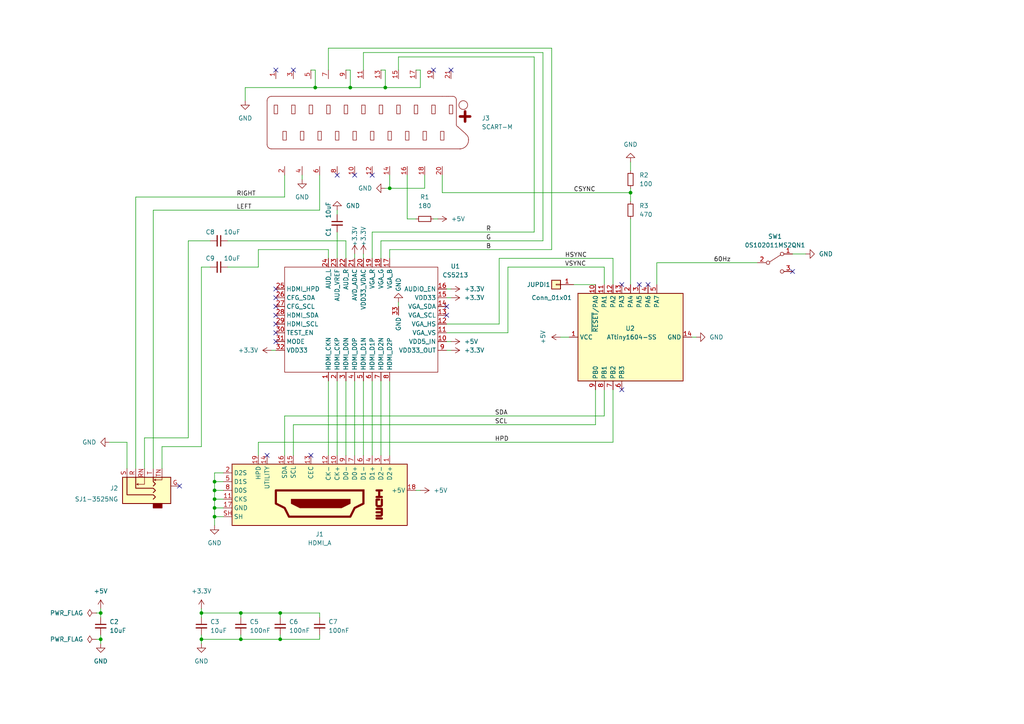
<source format=kicad_sch>
(kicad_sch (version 20211123) (generator eeschema)
  (paper "A4")
  (title_block (title "HDMI2SCART") (rev "1"))
  (lib_symbols
    (symbol "Connector:AudioJack3_Ground_SwitchTR"
      (property "Reference" "J" (at 0 8.89 0))
      (property "Value" "AudioJack3_Ground_SwitchTR" (at 0 6.35 0))
      (symbol "AudioJack3_Ground_SwitchTR_0_1"
        (rectangle (start -5.08 -5.08) (end -6.35 -7.62) (stroke (width 0.254)) (fill (type outline)))
        (polyline (pts (xy 0.508 -0.254) (xy 0.762 -0.762)))
        (polyline (pts (xy 1.778 -5.334) (xy 2.032 -5.842)))
        (polyline (pts (xy 0 -5.08) (xy 0.635 -5.715) (xy 1.27 -5.08) (xy 2.54 -5.08)) (stroke (width 0.254)))
        (polyline (pts (xy 2.54 -7.62) (xy 1.778 -7.62) (xy 1.778 -5.334) (xy 1.524 -5.842)))
        (polyline (pts (xy 2.54 -2.54) (xy 0.508 -2.54) (xy 0.508 -0.254) (xy 0.254 -0.762)))
        (polyline (pts (xy -1.905 -5.08) (xy -1.27 -5.715) (xy -0.635 -5.08) (xy -0.635 0) (xy 2.54 0)) (stroke (width 0.254)))
        (polyline (pts (xy 2.54 2.54) (xy -2.54 2.54) (xy -2.54 -5.08) (xy -3.175 -5.715) (xy -3.81 -5.08)) (stroke (width 0.254)))
        (rectangle (start 2.54 3.81) (end -5.08 -10.16) (stroke (width 0.254)) (fill (type background)))
      )
      (symbol "AudioJack3_Ground_SwitchTR_1_1"
        (pin passive line (at 0 -12.7 90) (length 2.54) (name "~") (number "G"))
        (pin passive line (at 5.08 0 180) (length 2.54) (name "~") (number "R"))
        (pin passive line (at 5.08 -2.54 180) (length 2.54) (name "~") (number "RN"))
        (pin passive line (at 5.08 2.54 180) (length 2.54) (name "~") (number "S"))
        (pin passive line (at 5.08 -5.08 180) (length 2.54) (name "~") (number "T"))
        (pin passive line (at 5.08 -7.62 180) (length 2.54) (name "~") (number "TN"))
      )
    )
    (symbol "Connector:HDMI_A"
      (property "Reference" "J" (at -6.35 26.67 0))
      (property "Value" "HDMI_A" (at 10.16 26.67 0))
      (symbol "HDMI_A_0_0"
        (polyline (pts (xy 8.128 16.51) (xy 8.128 18.034)) (stroke (width 0.635)))
        (polyline (pts (xy 0 16.51) (xy 0 18.034) (xy 0 17.272) (xy 1.905 17.272) (xy 1.905 18.034) (xy 1.905 16.51)) (stroke (width 0.635)))
        (polyline (pts (xy 2.667 18.034) (xy 4.318 18.034) (xy 4.572 17.78) (xy 4.572 16.764) (xy 4.318 16.51) (xy 2.667 16.51) (xy 2.667 17.272)) (stroke (width 0.635)))
      )
      (symbol "HDMI_A_0_1"
        (rectangle (start -7.62 25.4) (end 10.16 -25.4) (stroke (width 0.254)) (fill (type background)))
        (polyline (pts (xy 2.54 8.89) (xy 3.81 8.89) (xy 5.08 6.35) (xy 5.08 -5.715) (xy 3.81 -8.255) (xy 2.54 -8.255) (xy 2.54 8.89)) (fill (type outline)))
        (polyline (pts (xy 5.334 16.51) (xy 5.334 18.034) (xy 6.35 18.034) (xy 6.35 16.51) (xy 6.35 18.034) (xy 7.112 18.034) (xy 7.366 17.78) (xy 7.366 16.51)) (stroke (width 0.635)))
        (polyline (pts (xy 0 12.7) (xy 0 -12.7) (xy 3.81 -12.7) (xy 5.08 -10.16) (xy 7.62 -8.89) (xy 7.62 8.89) (xy 5.08 10.16) (xy 3.81 12.7) (xy 0 12.7)) (stroke (width 0.635)))
      )
      (symbol "HDMI_A_1_1"
        (pin passive line (at -10.16 20.32 0) (length 2.54) (name "D2+") (number "1"))
        (pin passive line (at -10.16 5.08 0) (length 2.54) (name "CK+") (number "10"))
        (pin power_in line (at 2.54 -27.94 90) (length 2.54) (name "CKS") (number "11"))
        (pin passive line (at -10.16 2.54 0) (length 2.54) (name "CK-") (number "12"))
        (pin bidirectional line (at -10.16 -2.54 0) (length 2.54) (name "CEC") (number "13"))
        (pin passive line (at -10.16 -15.24 0) (length 2.54) (name "UTILITY") (number "14"))
        (pin passive line (at -10.16 -7.62 0) (length 2.54) (name "SCL") (number "15"))
        (pin bidirectional line (at -10.16 -10.16 0) (length 2.54) (name "SDA") (number "16"))
        (pin power_in line (at 5.08 -27.94 90) (length 2.54) (name "GND") (number "17"))
        (pin power_in line (at 0 27.94 270) (length 2.54) (name "+5V") (number "18"))
        (pin passive line (at -10.16 -17.78 0) (length 2.54) (name "HPD") (number "19"))
        (pin power_in line (at -5.08 -27.94 90) (length 2.54) (name "D2S") (number "2"))
        (pin passive line (at -10.16 17.78 0) (length 2.54) (name "D2-") (number "3"))
        (pin passive line (at -10.16 15.24 0) (length 2.54) (name "D1+") (number "4"))
        (pin power_in line (at -2.54 -27.94 90) (length 2.54) (name "D1S") (number "5"))
        (pin passive line (at -10.16 12.7 0) (length 2.54) (name "D1-") (number "6"))
        (pin passive line (at -10.16 10.16 0) (length 2.54) (name "D0+") (number "7"))
        (pin power_in line (at 0 -27.94 90) (length 2.54) (name "D0S") (number "8"))
        (pin passive line (at -10.16 7.62 0) (length 2.54) (name "D0-") (number "9"))
        (pin passive line (at 7.62 -27.94 90) (length 2.54) (name "SH") (number "SH"))
      )
    )
    (symbol "Connector:SCART-F" (pin_names (offset 0.762) hide)
      (property "Reference" "J" (at 0 31.75 0))
      (property "Value" "SCART-F" (at 1.016 -29.21 0))
      (symbol "SCART-F_0_1"
        (arc (start -7.62 -26.67) (mid -7.248 -27.568) (end -6.35 -27.94))
        (arc (start -6.604 26.9494) (mid -7.3224 26.6518) (end -7.62 25.9334))
        (rectangle (start -5.08 -24.892) (end -2.54 -25.908))
        (rectangle (start -5.08 -19.812) (end -2.54 -20.828))
        (rectangle (start -5.08 -14.732) (end -2.54 -15.748))
        (rectangle (start -5.08 -9.652) (end -2.54 -10.668))
        (rectangle (start -5.08 -4.572) (end -2.54 -5.588))
        (rectangle (start -5.08 0.508) (end -2.54 -0.508))
        (rectangle (start -5.08 5.588) (end -2.54 4.572))
        (rectangle (start -5.08 10.668) (end -2.54 9.652))
        (rectangle (start -5.08 15.748) (end -2.54 14.732))
        (rectangle (start -5.08 20.828) (end -2.54 19.812))
        (rectangle (start -5.08 25.908) (end -2.54 24.892))
        (circle (center -5.08 28.956) (radius 1.27))
        (polyline (pts (xy -7.62 22.86) (xy -7.62 -26.67)))
        (polyline (pts (xy -7.62 22.86) (xy -7.62 24.13)))
        (polyline (pts (xy -7.62 24.6634) (xy -7.62 24.13)))
        (polyline (pts (xy -7.62 24.6634) (xy -7.62 25.9334)))
        (polyline (pts (xy -6.604 26.9494) (xy 0.508 26.9494)))
        (polyline (pts (xy -6.35 -27.94) (xy 6.35 -27.94)))
        (polyline (pts (xy 3.302 29.718) (xy 1.27 27.432)))
        (polyline (pts (xy 4.826 30.48) (xy 5.08 30.48)))
        (polyline (pts (xy 7.62 -26.67) (xy 7.62 28.2194)))
        (arc (start 0.508 26.924) (mid 0.9569 27.0702) (end 1.2192 27.4574))
        (rectangle (start 2.54 -22.352) (end 5.08 -23.368))
        (rectangle (start 2.54 -17.272) (end 5.08 -18.288))
        (rectangle (start 2.54 -12.192) (end 5.08 -13.208))
        (rectangle (start 2.54 -7.112) (end 5.08 -8.128))
        (rectangle (start 2.54 -2.032) (end 5.08 -3.048))
        (rectangle (start 2.54 3.048) (end 5.08 2.032))
        (rectangle (start 2.54 8.128) (end 5.08 7.112))
        (rectangle (start 2.54 13.208) (end 5.08 12.192))
        (rectangle (start 2.54 18.288) (end 5.08 17.272))
        (rectangle (start 2.54 23.368) (end 5.08 22.352))
        (arc (start 4.826 30.48) (mid 3.999 30.2726) (end 3.3782 29.6926))
        (arc (start 6.35 -27.94) (mid 7.248 -27.568) (end 7.62 -26.67))
        (arc (start 7.62 27.94) (mid 6.8761 29.7361) (end 5.08 30.48))
        (text "+" (at -1.778 29.21 0) (effects (font (size 3.81 3.81) bold)))
      )
      (symbol "SCART-F_1_1"
        (pin passive line (at -15.24 -25.4 0) (length 2.54) (name "P1") (number "1"))
        (pin passive line (at 15.24 -2.54 180) (length 2.54) (name "P10") (number "10"))
        (pin passive line (at -15.24 0 0) (length 2.54) (name "P11") (number "11"))
        (pin passive line (at 15.24 2.54 180) (length 2.54) (name "P12") (number "12"))
        (pin passive line (at -15.24 5.08 0) (length 2.54) (name "P13") (number "13"))
        (pin passive line (at 15.24 7.62 180) (length 2.54) (name "P14") (number "14"))
        (pin passive line (at -15.24 10.16 0) (length 2.54) (name "P15") (number "15"))
        (pin passive line (at 15.24 12.7 180) (length 2.54) (name "P16") (number "16"))
        (pin passive line (at -15.24 15.24 0) (length 2.54) (name "P17") (number "17"))
        (pin passive line (at 15.24 17.78 180) (length 2.54) (name "P18") (number "18"))
        (pin passive line (at -15.24 20.32 0) (length 2.54) (name "P19") (number "19"))
        (pin passive line (at 15.24 -22.86 180) (length 2.54) (name "P2") (number "2"))
        (pin passive line (at 15.24 22.86 180) (length 2.54) (name "P20") (number "20"))
        (pin passive line (at -15.24 25.4 0) (length 2.54) (name "P21") (number "21"))
        (pin passive line (at -15.24 -20.32 0) (length 2.54) (name "P3") (number "3"))
        (pin passive line (at 15.24 -17.78 180) (length 2.54) (name "P4") (number "4"))
        (pin passive line (at -15.24 -15.24 0) (length 2.54) (name "P5") (number "5"))
        (pin passive line (at 15.24 -12.7 180) (length 2.54) (name "P6") (number "6"))
        (pin passive line (at -15.24 -10.16 0) (length 2.54) (name "P7") (number "7"))
        (pin passive line (at 15.24 -7.62 180) (length 2.54) (name "P8") (number "8"))
        (pin passive line (at -15.24 -5.08 0) (length 2.54) (name "P9") (number "9"))
      )
    )
    (symbol "Connector_Generic:Conn_01x01" (pin_names (offset 1.016) hide)
      (property "Reference" "J" (at 0 2.54 0))
      (property "Value" "Conn_01x01" (at 0 -2.54 0))
      (symbol "Conn_01x01_1_1"
        (rectangle (start -1.27 0.127) (end 0 -0.127) (stroke (width 0.1524)))
        (rectangle (start -1.27 1.27) (end 1.27 -1.27) (stroke (width 0.254)) (fill (type background)))
        (pin passive line (at -5.08 0 0) (length 3.81) (name "Pin_1") (number "1"))
      )
    )
    (symbol "Device:C_Small" (pin_numbers hide) (pin_names (offset 0.254) hide)
      (property "Reference" "C" (at 0.254 1.778 0))
      (property "Value" "C_Small" (at 0.254 -2.032 0))
      (symbol "C_Small_0_1"
        (polyline (pts (xy -1.524 -0.508) (xy 1.524 -0.508)) (stroke (width 0.3302)))
        (polyline (pts (xy -1.524 0.508) (xy 1.524 0.508)) (stroke (width 0.3048)))
      )
      (symbol "C_Small_1_1"
        (pin passive line (at 0 2.54 270) (length 2.032) (name "~") (number "1"))
        (pin passive line (at 0 -2.54 90) (length 2.032) (name "~") (number "2"))
      )
    )
    (symbol "Device:R_Small" (pin_numbers hide) (pin_names (offset 0.254) hide)
      (property "Reference" "R" (at 0.762 0.508 0))
      (property "Value" "R_Small" (at 0.762 -1.016 0))
      (symbol "R_Small_0_1"
        (rectangle (start -0.762 1.778) (end 0.762 -1.778) (stroke (width 0.2032)))
      )
      (symbol "R_Small_1_1"
        (pin passive line (at 0 2.54 270) (length 0.762) (name "~") (number "1"))
        (pin passive line (at 0 -2.54 90) (length 0.762) (name "~") (number "2"))
      )
    )
    (symbol "Library:CS5213"
      (property "Reference" "U" (at -3.81 -2.54 0))
      (property "Value" "CS5213" (at -3.81 0 0))
      (symbol "CS5213_0_1"
        (rectangle (start -21.59 15.24) (end 22.86 -15.24))
      )
      (symbol "CS5213_1_1"
        (pin input line (at -8.89 -17.78 90) (length 2.54) (name "HDMI_CKN") (number "1"))
        (pin power_in line (at 25.4 -6.35 180) (length 2.54) (name "VDD5_IN") (number "10"))
        (pin output line (at 25.4 -3.81 180) (length 2.54) (name "VGA_VS") (number "11"))
        (pin output line (at 25.4 -1.27 180) (length 2.54) (name "VGA_HS") (number "12"))
        (pin output line (at 25.4 1.27 180) (length 2.54) (name "VGA_SCL") (number "13"))
        (pin output line (at 25.4 3.81 180) (length 2.54) (name "VGA_SDA") (number "14"))
        (pin power_in line (at 25.4 6.35 180) (length 2.54) (name "VDD33") (number "15"))
        (pin input line (at 25.4 8.89 180) (length 2.54) (name "AUDIO_EN") (number "16"))
        (pin output line (at 8.89 17.78 270) (length 2.54) (name "VGA_B") (number "17"))
        (pin output line (at 6.35 17.78 270) (length 2.54) (name "VGA_G") (number "18"))
        (pin output line (at 3.81 17.78 270) (length 2.54) (name "VGA_R") (number "19"))
        (pin input line (at -6.35 -17.78 90) (length 2.54) (name "HDMI_CKP") (number "2"))
        (pin power_in line (at 1.27 17.78 270) (length 2.54) (name "VDD33_VDAC") (number "20"))
        (pin power_in line (at -1.27 17.78 270) (length 2.54) (name "AVD_ADAC") (number "21"))
        (pin output line (at -3.81 17.78 270) (length 2.54) (name "AUD_R") (number "22"))
        (pin output line (at -6.35 17.78 270) (length 2.54) (name "AUD_VREF") (number "23"))
        (pin output line (at -8.89 17.78 270) (length 2.54) (name "AUD_L") (number "24"))
        (pin output line (at -24.13 8.89 0) (length 2.54) (name "HDMI_HPD") (number "25"))
        (pin output line (at -24.13 6.35 0) (length 2.54) (name "CFG_SDA") (number "26"))
        (pin output line (at -24.13 3.81 0) (length 2.54) (name "CFG_SCL") (number "27"))
        (pin output line (at -24.13 1.27 0) (length 2.54) (name "HDMI_SDA") (number "28"))
        (pin output line (at -24.13 -1.27 0) (length 2.54) (name "HDMI_SCL") (number "29"))
        (pin input line (at -3.81 -17.78 90) (length 2.54) (name "HDMI_D0N") (number "3"))
        (pin input line (at -24.13 -3.81 0) (length 2.54) (name "TEST_EN") (number "30"))
        (pin input line (at -24.13 -6.35 0) (length 2.54) (name "MODE") (number "31"))
        (pin power_in line (at -24.13 -8.89 0) (length 2.54) (name "VDD33") (number "32"))
        (pin power_in line (at 11.43 3.81 270) (length 2.54) (name "GND") (number "33"))
        (pin input line (at -1.27 -17.78 90) (length 2.54) (name "HDMI_D0P") (number "4"))
        (pin input line (at 1.27 -17.78 90) (length 2.54) (name "HDMI_D1N") (number "5"))
        (pin input line (at 3.81 -17.78 90) (length 2.54) (name "HDMI_D1P") (number "6"))
        (pin input line (at 6.35 -17.78 90) (length 2.54) (name "HDMI_D2N") (number "7"))
        (pin input line (at 8.89 -17.78 90) (length 2.54) (name "HDMI_D2P") (number "8"))
        (pin power_out line (at 25.4 -8.89 180) (length 2.54) (name "VDD33_OUT") (number "9"))
      )
    )
    (symbol "MCU_Microchip_ATtiny:ATtiny1604-SS"
      (property "Reference" "U" (at -12.7 16.51 0))
      (property "Value" "ATtiny1604-SS" (at 2.54 -16.51 0))
      (symbol "ATtiny1604-SS_0_1"
        (rectangle (start -12.7 -15.24) (end 12.7 15.24) (stroke (width 0.254)) (fill (type background)))
      )
      (symbol "ATtiny1604-SS_1_1"
        (pin power_in line (at 0 17.78 270) (length 2.54) (name "VCC") (number "1"))
        (pin bidirectional line (at 15.24 10.16 180) (length 2.54) (name "~{RESET}/PA0") (number "10"))
        (pin bidirectional line (at 15.24 7.62 180) (length 2.54) (name "PA1") (number "11"))
        (pin bidirectional line (at 15.24 5.08 180) (length 2.54) (name "PA2") (number "12"))
        (pin bidirectional line (at 15.24 2.54 180) (length 2.54) (name "PA3") (number "13"))
        (pin power_in line (at 0 -17.78 90) (length 2.54) (name "GND") (number "14"))
        (pin bidirectional line (at 15.24 0 180) (length 2.54) (name "PA4") (number "2"))
        (pin bidirectional line (at 15.24 -2.54 180) (length 2.54) (name "PA5") (number "3"))
        (pin bidirectional line (at 15.24 -5.08 180) (length 2.54) (name "PA6") (number "4"))
        (pin bidirectional line (at 15.24 -7.62 180) (length 2.54) (name "PA7") (number "5"))
        (pin bidirectional line (at -15.24 2.54 0) (length 2.54) (name "PB3") (number "6"))
        (pin bidirectional line (at -15.24 5.08 0) (length 2.54) (name "PB2") (number "7"))
        (pin bidirectional line (at -15.24 7.62 0) (length 2.54) (name "PB1") (number "8"))
        (pin bidirectional line (at -15.24 10.16 0) (length 2.54) (name "PB0") (number "9"))
      )
    )
    (symbol "Switch:SW_SPDT" (pin_names (offset 0) hide)
      (property "Reference" "SW" (at 0 4.318 0))
      (property "Value" "SW_SPDT" (at 0 -5.08 0))
      (symbol "SW_SPDT_0_0"
        (circle (center -2.032 0) (radius 0.508))
        (circle (center 2.032 -2.54) (radius 0.508))
      )
      (symbol "SW_SPDT_0_1"
        (polyline (pts (xy -1.524 0.254) (xy 1.651 2.286)))
        (circle (center 2.032 2.54) (radius 0.508))
      )
      (symbol "SW_SPDT_1_1"
        (pin passive line (at 5.08 2.54 180) (length 2.54) (name "A") (number "1"))
        (pin passive line (at -5.08 0 0) (length 2.54) (name "B") (number "2"))
        (pin passive line (at 5.08 -2.54 180) (length 2.54) (name "C") (number "3"))
      )
    )
    (symbol "power:+3.3V" (power) (pin_names (offset 0))
      (property "Value" "+3.3V" (at 0 3.556 0))
      (symbol "+3.3V_0_1"
        (polyline (pts (xy -0.762 1.27) (xy 0 2.54)))
        (polyline (pts (xy 0 0) (xy 0 2.54)))
        (polyline (pts (xy 0 2.54) (xy 0.762 1.27)))
      )
      (symbol "+3.3V_1_1"
        (pin power_in line (at 0 0 90) (length 0) hide (name "+3.3V") (number "1"))
      )
    )
    (symbol "power:+5V" (power) (pin_names (offset 0))
      (property "Value" "+5V" (at 0 3.556 0))
      (symbol "+5V_0_1"
        (polyline (pts (xy -0.762 1.27) (xy 0 2.54)))
        (polyline (pts (xy 0 0) (xy 0 2.54)))
        (polyline (pts (xy 0 2.54) (xy 0.762 1.27)))
      )
      (symbol "+5V_1_1"
        (pin power_in line (at 0 0 90) (length 0) hide (name "+5V") (number "1"))
      )
    )
    (symbol "power:GND" (power) (pin_names (offset 0))
      (property "Value" "GND" (at 0 -3.81 0))
      (symbol "GND_0_1"
        (polyline (pts (xy 0 0) (xy 0 -1.27) (xy 1.27 -1.27) (xy 0 -2.54) (xy -1.27 -1.27) (xy 0 -1.27)))
      )
      (symbol "GND_1_1"
        (pin power_in line (at 0 0 270) (length 0) hide (name "GND") (number "1"))
      )
    )
    (symbol "power:PWR_FLAG" (power) (pin_numbers hide) (pin_names (offset 0) hide)
      (property "Value" "PWR_FLAG" (at 0 3.81 0))
      (symbol "PWR_FLAG_0_0"
        (pin power_out line (at 0 0 90) (length 0) (name "pwr") (number "1"))
      )
      (symbol "PWR_FLAG_0_1"
        (polyline (pts (xy 0 0) (xy 0 1.27) (xy -1.016 1.905) (xy 0 2.54) (xy 1.016 1.905) (xy 0 1.27)))
      )
    )
  )
  (junction (at 62.23 147.32))
  (junction (at 29.21 177.8))
  (junction (at 58.42 185.42))
  (junction (at 81.28 185.42))
  (junction (at 62.23 142.24))
  (junction (at 62.23 144.78))
  (junction (at 69.85 185.42))
  (junction (at 81.28 177.8))
  (junction (at 91.44 25.4))
  (junction (at 113.03 54.61))
  (junction (at 62.23 149.86))
  (junction (at 182.88 55.88))
  (junction (at 111.76 25.4))
  (junction (at 29.21 185.42))
  (junction (at 69.85 177.8))
  (junction (at 58.42 177.8))
  (junction (at 62.23 139.7))
  (junction (at 101.6 25.4))
  (no_connect (at 97.79 50.8))
  (no_connect (at 77.47 132.08))
  (no_connect (at 90.17 132.08))
  (no_connect (at 80.01 93.98))
  (no_connect (at 80.01 99.06))
  (no_connect (at 80.01 96.52))
  (no_connect (at 129.54 91.44))
  (no_connect (at 129.54 88.9))
  (no_connect (at 80.01 86.36))
  (no_connect (at 80.01 88.9))
  (no_connect (at 80.01 91.44))
  (no_connect (at 52.07 140.97))
  (no_connect (at 180.34 82.55))
  (no_connect (at 185.42 82.55))
  (no_connect (at 187.96 82.55))
  (no_connect (at 125.73 20.32))
  (no_connect (at 80.01 83.82))
  (no_connect (at 229.87 78.74))
  (no_connect (at 180.34 113.03))
  (no_connect (at 130.81 20.32))
  (no_connect (at 80.01 20.32))
  (no_connect (at 85.09 20.32))
  (no_connect (at 102.87 50.8))
  (no_connect (at 107.95 50.8))
  (wire (pts (xy 101.6 20.32) (xy 101.6 25.4)))
  (wire (pts (xy 107.95 67.31) (xy 107.95 74.93)))
  (wire (pts (xy 147.32 96.52) (xy 147.32 77.47)))
  (wire (pts (xy 175.26 77.47) (xy 175.26 82.55)))
  (wire (pts (xy 190.5 76.2) (xy 219.71 76.2)))
  (wire (pts (xy 128.27 50.8) (xy 128.27 55.88)))
  (wire (pts (xy 105.41 73.66) (xy 105.41 74.93)))
  (wire (pts (xy 31.75 128.27) (xy 36.83 128.27)))
  (wire (pts (xy 74.93 132.08) (xy 74.93 128.27)))
  (wire (pts (xy 177.8 74.93) (xy 177.8 82.55)))
  (wire (pts (xy 62.23 149.86) (xy 62.23 147.32)))
  (wire (pts (xy 46.99 129.54) (xy 58.42 129.54)))
  (wire (pts (xy 85.09 123.19) (xy 172.72 123.19)))
  (wire (pts (xy 129.54 86.36) (xy 130.81 86.36)))
  (wire (pts (xy 92.71 50.8) (xy 92.71 60.96)))
  (wire (pts (xy 129.54 101.6) (xy 130.81 101.6)))
  (wire (pts (xy 69.85 177.8) (xy 69.85 179.07)))
  (wire (pts (xy 129.54 93.98) (xy 144.78 93.98)))
  (wire (pts (xy 107.95 67.31) (xy 154.94 67.31)))
  (wire (pts (xy 200.66 97.79) (xy 201.93 97.79)))
  (wire (pts (xy 123.19 50.8) (xy 123.19 54.61)))
  (wire (pts (xy 113.03 72.39) (xy 113.03 74.93)))
  (wire (pts (xy 90.17 20.32) (xy 91.44 20.32)))
  (wire (pts (xy 58.42 177.8) (xy 69.85 177.8)))
  (wire (pts (xy 111.76 25.4) (xy 101.6 25.4)))
  (wire (pts (xy 62.23 144.78) (xy 64.77 144.78)))
  (wire (pts (xy 82.55 132.08) (xy 82.55 120.65)))
  (wire (pts (xy 95.25 72.39) (xy 95.25 74.93)))
  (wire (pts (xy 58.42 185.42) (xy 58.42 186.69)))
  (wire (pts (xy 82.55 50.8) (xy 82.55 57.15)))
  (wire (pts (xy 118.11 50.8) (xy 118.11 63.5)))
  (wire (pts (xy 29.21 184.15) (xy 29.21 185.42)))
  (wire (pts (xy 58.42 184.15) (xy 58.42 185.42)))
  (wire (pts (xy 62.23 152.4) (xy 62.23 149.86)))
  (wire (pts (xy 82.55 120.65) (xy 175.26 120.65)))
  (wire (pts (xy 166.37 82.55) (xy 172.72 82.55)))
  (wire (pts (xy 177.8 128.27) (xy 177.8 113.03)))
  (wire (pts (xy 62.23 144.78) (xy 62.23 142.24)))
  (wire (pts (xy 182.88 55.88) (xy 182.88 58.42)))
  (wire (pts (xy 81.28 177.8) (xy 92.71 177.8)))
  (wire (pts (xy 100.33 69.85) (xy 100.33 74.93)))
  (wire (pts (xy 129.54 99.06) (xy 130.81 99.06)))
  (wire (pts (xy 62.23 147.32) (xy 64.77 147.32)))
  (wire (pts (xy 62.23 139.7) (xy 62.23 137.16)))
  (wire (pts (xy 129.54 96.52) (xy 147.32 96.52)))
  (wire (pts (xy 78.74 101.6) (xy 80.01 101.6)))
  (wire (pts (xy 175.26 77.47) (xy 147.32 77.47)))
  (wire (pts (xy 115.57 16.51) (xy 115.57 20.32)))
  (wire (pts (xy 62.23 142.24) (xy 62.23 139.7)))
  (wire (pts (xy 120.65 142.24) (xy 121.92 142.24)))
  (wire (pts (xy 100.33 20.32) (xy 101.6 20.32)))
  (wire (pts (xy 113.03 50.8) (xy 113.03 54.61)))
  (wire (pts (xy 62.23 147.32) (xy 62.23 144.78)))
  (wire (pts (xy 44.45 135.89) (xy 44.45 60.96)))
  (wire (pts (xy 54.61 69.85) (xy 54.61 127)))
  (wire (pts (xy 87.63 50.8) (xy 87.63 52.07)))
  (wire (pts (xy 118.11 63.5) (xy 120.65 63.5)))
  (wire (pts (xy 58.42 77.47) (xy 60.96 77.47)))
  (wire (pts (xy 121.92 25.4) (xy 111.76 25.4)))
  (wire (pts (xy 74.93 128.27) (xy 177.8 128.27)))
  (wire (pts (xy 29.21 176.53) (xy 29.21 177.8)))
  (wire (pts (xy 172.72 123.19) (xy 172.72 113.03)))
  (wire (pts (xy 229.87 73.66) (xy 233.68 73.66)))
  (wire (pts (xy 62.23 149.86) (xy 64.77 149.86)))
  (wire (pts (xy 182.88 54.61) (xy 182.88 55.88)))
  (wire (pts (xy 115.57 87.63) (xy 115.57 88.9)))
  (wire (pts (xy 154.94 67.31) (xy 154.94 16.51)))
  (wire (pts (xy 160.02 13.97) (xy 160.02 72.39)))
  (wire (pts (xy 105.41 15.24) (xy 157.48 15.24)))
  (wire (pts (xy 105.41 20.32) (xy 105.41 15.24)))
  (wire (pts (xy 69.85 177.8) (xy 81.28 177.8)))
  (wire (pts (xy 54.61 69.85) (xy 60.96 69.85)))
  (wire (pts (xy 62.23 137.16) (xy 64.77 137.16)))
  (wire (pts (xy 92.71 177.8) (xy 92.71 179.07)))
  (wire (pts (xy 110.49 20.32) (xy 111.76 20.32)))
  (wire (pts (xy 27.94 177.8) (xy 29.21 177.8)))
  (wire (pts (xy 95.25 13.97) (xy 160.02 13.97)))
  (wire (pts (xy 113.03 110.49) (xy 113.03 132.08)))
  (wire (pts (xy 125.73 63.5) (xy 127 63.5)))
  (wire (pts (xy 41.91 127) (xy 41.91 135.89)))
  (wire (pts (xy 58.42 177.8) (xy 58.42 179.07)))
  (wire (pts (xy 120.65 20.32) (xy 121.92 20.32)))
  (wire (pts (xy 121.92 20.32) (xy 121.92 25.4)))
  (wire (pts (xy 101.6 25.4) (xy 91.44 25.4)))
  (wire (pts (xy 110.49 110.49) (xy 110.49 132.08)))
  (wire (pts (xy 175.26 120.65) (xy 175.26 113.03)))
  (wire (pts (xy 102.87 73.66) (xy 102.87 74.93)))
  (wire (pts (xy 110.49 69.85) (xy 110.49 74.93)))
  (wire (pts (xy 39.37 135.89) (xy 39.37 57.15)))
  (wire (pts (xy 29.21 177.8) (xy 29.21 179.07)))
  (wire (pts (xy 128.27 55.88) (xy 182.88 55.88)))
  (wire (pts (xy 107.95 110.49) (xy 107.95 132.08)))
  (wire (pts (xy 69.85 184.15) (xy 69.85 185.42)))
  (wire (pts (xy 160.02 72.39) (xy 113.03 72.39)))
  (wire (pts (xy 69.85 185.42) (xy 81.28 185.42)))
  (wire (pts (xy 105.41 110.49) (xy 105.41 132.08)))
  (wire (pts (xy 74.93 72.39) (xy 74.93 77.47)))
  (wire (pts (xy 62.23 139.7) (xy 64.77 139.7)))
  (wire (pts (xy 74.93 72.39) (xy 95.25 72.39)))
  (wire (pts (xy 62.23 142.24) (xy 64.77 142.24)))
  (wire (pts (xy 91.44 25.4) (xy 71.12 25.4)))
  (wire (pts (xy 113.03 54.61) (xy 123.19 54.61)))
  (wire (pts (xy 154.94 16.51) (xy 115.57 16.51)))
  (wire (pts (xy 144.78 74.93) (xy 177.8 74.93)))
  (wire (pts (xy 91.44 20.32) (xy 91.44 25.4)))
  (wire (pts (xy 100.33 110.49) (xy 100.33 132.08)))
  (wire (pts (xy 97.79 60.96) (xy 97.79 62.23)))
  (wire (pts (xy 85.09 132.08) (xy 85.09 123.19)))
  (wire (pts (xy 111.76 54.61) (xy 113.03 54.61)))
  (wire (pts (xy 66.04 69.85) (xy 100.33 69.85)))
  (wire (pts (xy 36.83 135.89) (xy 36.83 128.27)))
  (wire (pts (xy 27.94 185.42) (xy 29.21 185.42)))
  (wire (pts (xy 66.04 77.47) (xy 74.93 77.47)))
  (wire (pts (xy 157.48 15.24) (xy 157.48 69.85)))
  (wire (pts (xy 111.76 20.32) (xy 111.76 25.4)))
  (wire (pts (xy 97.79 67.31) (xy 97.79 74.93)))
  (wire (pts (xy 81.28 185.42) (xy 92.71 185.42)))
  (wire (pts (xy 58.42 129.54) (xy 58.42 77.47)))
  (wire (pts (xy 182.88 46.99) (xy 182.88 49.53)))
  (wire (pts (xy 95.25 110.49) (xy 95.25 132.08)))
  (wire (pts (xy 69.85 185.42) (xy 58.42 185.42)))
  (wire (pts (xy 129.54 83.82) (xy 130.81 83.82)))
  (wire (pts (xy 162.56 97.79) (xy 165.1 97.79)))
  (wire (pts (xy 81.28 184.15) (xy 81.28 185.42)))
  (wire (pts (xy 81.28 177.8) (xy 81.28 179.07)))
  (wire (pts (xy 92.71 184.15) (xy 92.71 185.42)))
  (wire (pts (xy 157.48 69.85) (xy 110.49 69.85)))
  (wire (pts (xy 71.12 25.4) (xy 71.12 29.21)))
  (wire (pts (xy 54.61 127) (xy 41.91 127)))
  (wire (pts (xy 44.45 60.96) (xy 92.71 60.96)))
  (wire (pts (xy 95.25 20.32) (xy 95.25 13.97)))
  (wire (pts (xy 46.99 135.89) (xy 46.99 129.54)))
  (wire (pts (xy 182.88 63.5) (xy 182.88 82.55)))
  (wire (pts (xy 190.5 82.55) (xy 190.5 76.2)))
  (wire (pts (xy 29.21 185.42) (xy 29.21 186.69)))
  (wire (pts (xy 39.37 57.15) (xy 82.55 57.15)))
  (wire (pts (xy 58.42 176.53) (xy 58.42 177.8)))
  (wire (pts (xy 144.78 74.93) (xy 144.78 93.98)))
  (wire (pts (xy 97.79 110.49) (xy 97.79 132.08)))
  (wire (pts (xy 102.87 110.49) (xy 102.87 132.08)))
  (label "60Hz" (at 207.01 76.2 0))
  (label "HSYNC" (at 163.83 74.93 0))
  (label "SCL" (at 143.51 123.19 0))
  (label "G" (at 140.97 69.85 0))
  (label "VSYNC" (at 163.83 77.47 0))
  (label "R" (at 140.97 67.31 0))
  (label "RIGHT" (at 68.58 57.15 0))
  (label "CSYNC" (at 166.37 55.88 0))
  (label "B" (at 140.97 72.39 0))
  (label "HPD" (at 143.51 128.27 0))
  (label "SDA" (at 143.51 120.65 0))
  (label "LEFT" (at 68.58 60.96 0))
  (symbol (lib_id "power:GND") (at 233.68 73.66 90) (unit 1)
    (property "Reference" "#PWR0118" (effects hide))
    (property "Value" "GND" (at 237.49 73.6599 90) (effects (justify right)))
  )
  (symbol (lib_id "Device:C_Small") (at 97.79 64.77 0) (unit 1)
    (property "Reference" "C1" (at 95.25 67.31 90))
    (property "Value" "10uF" (at 95.25 60.96 90))
    (property "Footprint" "Capacitor_SMD:C_0805_2012Metric" (effects hide))
  )
  (symbol (lib_id "power:GND") (at 97.79 60.96 180) (unit 1)
    (property "Reference" "#PWR0109" (effects hide))
    (property "Value" "GND" (at 100.33 59.6899 0) (effects (justify right)))
  )
  (symbol (lib_id "power:+3.3V") (at 130.81 83.82 270) (unit 1)
    (property "Reference" "#PWR0114" (effects hide))
    (property "Value" "+3.3V" (at 134.62 83.8199 90) (effects (justify left)))
  )
  (symbol (lib_id "MCU_Microchip_ATtiny:ATtiny1604-SS") (at 182.88 97.79 90) (unit 1)
    (property "Reference" "U2" (at 184.15 95.25 90) (effects (justify left)))
    (property "Value" "ATtiny1604-SS" (at 190.5 97.79 90) (effects (justify left)))
    (property "Footprint" "Package_SO:SOIC-14_3.9x8.7mm_P1.27mm" (effects hide))
    (property "Datasheet" "http://ww1.microchip.com/downloads/en/DeviceDoc/ATtiny804_1604-Data-Sheet-40002028A.pdf" (effects hide))
  )
  (symbol (lib_id "Device:C_Small") (at 69.85 181.61 0) (unit 1)
    (property "Reference" "C5" (at 72.39 180.3462 0) (effects (justify left)))
    (property "Value" "100nF" (at 72.39 182.8862 0) (effects (justify left)))
    (property "Footprint" "Capacitor_SMD:C_0603_1608Metric" (effects hide))
  )
  (symbol (lib_id "power:GND") (at 62.23 152.4 0) (unit 1)
    (property "Reference" "#PWR0102" (effects hide))
    (property "Value" "GND" (at 62.23 157.48 0))
  )
  (symbol (lib_id "power:+3.3V") (at 102.87 73.66 0) (unit 1)
    (property "Reference" "#PWR0107" (effects hide))
    (property "Value" "+3.3V" (at 102.87 68.58 90))
  )
  (symbol (lib_id "power:GND") (at 31.75 128.27 270) (unit 1)
    (property "Reference" "#PWR0104" (effects hide))
    (property "Value" "GND" (at 27.94 128.2699 90) (effects (justify right)))
  )
  (symbol (lib_id "power:PWR_FLAG") (at 27.94 177.8 90) (unit 1)
    (property "Reference" "#FLG0101" (effects hide))
    (property "Value" "PWR_FLAG" (at 24.13 177.7999 90) (effects (justify left)))
  )
  (symbol (lib_id "power:GND") (at 58.42 186.69 0) (unit 1)
    (property "Reference" "#PWR0122" (effects hide))
    (property "Value" "GND" (at 58.42 191.77 0))
  )
  (symbol (lib_id "power:GND") (at 111.76 54.61 270) (unit 1)
    (property "Reference" "#PWR0103" (effects hide))
    (property "Value" "GND" (at 107.95 54.6099 90) (effects (justify right)))
  )
  (symbol (lib_id "power:+3.3V") (at 130.81 86.36 270) (unit 1)
    (property "Reference" "#PWR0115" (effects hide))
    (property "Value" "+3.3V" (at 134.62 86.3599 90) (effects (justify left)))
  )
  (symbol (lib_id "Library:CS5213") (at 104.14 92.71 0) (unit 1)
    (property "Reference" "U1" (at 132.08 77.2412 0))
    (property "Value" "CS5213" (at 132.08 79.7812 0))
    (property "Footprint" "footprints:QFN-32-1EP_4x4mm_P0.4mm_EP2.65x2.65mm_BigVias" (effects hide))
  )
  (symbol (lib_id "power:GND") (at 182.88 46.99 180) (unit 1)
    (property "Reference" "#PWR0119" (effects hide))
    (property "Value" "GND" (at 182.88 41.91 0))
  )
  (symbol (lib_id "Connector:AudioJack3_Ground_SwitchTR") (at 39.37 140.97 90) (unit 1)
    (property "Reference" "J2" (at 34.29 141.6049 90) (effects (justify left)))
    (property "Value" "SJ1-3525NG" (at 34.29 144.78 90) (effects (justify left)))
    (property "Footprint" "footprints:audio_jack" (effects hide))
  )
  (symbol (lib_id "power:GND") (at 71.12 29.21 0) (unit 1)
    (property "Reference" "#PWR0106" (effects hide))
    (property "Value" "GND" (at 71.12 34.29 0))
  )
  (symbol (lib_id "power:GND") (at 29.21 186.69 0) (unit 1)
    (property "Reference" "#PWR0124" (effects hide))
    (property "Value" "GND" (at 29.21 191.77 0))
  )
  (symbol (lib_id "Switch:SW_SPDT") (at 224.79 76.2 0) (unit 1)
    (property "Reference" "SW1" (at 224.79 68.58 0))
    (property "Value" "0S102011MS2QN1" (at 224.79 71.12 0))
    (property "Footprint" "Button_Switch_THT:SW_Slide_1P2T_CK_OS102011MS2Q" (effects hide))
  )
  (symbol (lib_id "Device:C_Small") (at 58.42 181.61 0) (unit 1)
    (property "Reference" "C3" (at 60.96 180.3462 0) (effects (justify left)))
    (property "Value" "10uF" (at 60.96 182.8862 0) (effects (justify left)))
    (property "Footprint" "Capacitor_SMD:C_0805_2012Metric" (effects hide))
  )
  (symbol (lib_id "Device:C_Small") (at 63.5 77.47 270) (unit 1)
    (property "Reference" "C9" (at 60.96 74.93 90))
    (property "Value" "10uF" (at 67.31 74.93 90))
    (property "Footprint" "Capacitor_SMD:C_0805_2012Metric" (effects hide))
  )
  (symbol (lib_id "Device:C_Small") (at 92.71 181.61 0) (unit 1)
    (property "Reference" "C7" (at 95.25 180.3462 0) (effects (justify left)))
    (property "Value" "100nF" (at 95.25 182.8862 0) (effects (justify left)))
    (property "Footprint" "Capacitor_SMD:C_0603_1608Metric" (effects hide))
  )
  (symbol (lib_id "power:+3.3V") (at 130.81 101.6 270) (unit 1)
    (property "Reference" "#PWR0113" (effects hide))
    (property "Value" "+3.3V" (at 134.62 101.5999 90) (effects (justify left)))
  )
  (symbol (lib_id "power:+5V") (at 127 63.5 270) (unit 1)
    (property "Reference" "#PWR0110" (effects hide))
    (property "Value" "+5V" (at 130.81 63.4999 90) (effects (justify left)))
  )
  (symbol (lib_id "power:GND") (at 201.93 97.79 90) (unit 1)
    (property "Reference" "#PWR0120" (effects hide))
    (property "Value" "GND" (at 205.74 97.7899 90) (effects (justify right)))
  )
  (symbol (lib_id "power:+5V") (at 121.92 142.24 270) (unit 1)
    (property "Reference" "#PWR0101" (effects hide))
    (property "Value" "+5V" (at 125.73 142.2399 90) (effects (justify left)))
  )
  (symbol (lib_id "power:+3.3V") (at 58.42 176.53 0) (unit 1)
    (property "Reference" "#PWR0121" (effects hide))
    (property "Value" "+3.3V" (at 58.42 171.45 0))
  )
  (symbol (lib_id "power:PWR_FLAG") (at 27.94 185.42 90) (unit 1)
    (property "Reference" "#FLG0102" (effects hide))
    (property "Value" "PWR_FLAG" (at 24.13 185.4199 90) (effects (justify left)))
  )
  (symbol (lib_id "power:+5V") (at 130.81 99.06 270) (unit 1)
    (property "Reference" "#PWR0112" (effects hide))
    (property "Value" "+5V" (at 134.62 99.0599 90) (effects (justify left)))
  )
  (symbol (lib_id "power:+5V") (at 162.56 97.79 90) (unit 1)
    (property "Reference" "#PWR0116" (effects hide))
    (property "Value" "+5V" (at 157.48 97.79 0))
  )
  (symbol (lib_id "Device:C_Small") (at 29.21 181.61 0) (unit 1)
    (property "Reference" "C2" (at 31.75 180.3462 0) (effects (justify left)))
    (property "Value" "10uF" (at 31.75 182.8862 0) (effects (justify left)))
    (property "Footprint" "Capacitor_SMD:C_0805_2012Metric" (effects hide))
  )
  (symbol (lib_id "Connector:HDMI_A") (at 92.71 142.24 270) (unit 1)
    (property "Reference" "J1" (at 92.71 154.94 90))
    (property "Value" "HDMI_A" (at 92.71 157.48 90))
    (property "Footprint" "footprints:FCI_10029449-11-5B13-5DRLF" (effects hide))
    (property "Datasheet" "https://en.wikipedia.org/wiki/HDMI" (effects hide))
  )
  (symbol (lib_id "power:GND") (at 87.63 52.07 0) (unit 1)
    (property "Reference" "#PWR0111" (effects hide))
    (property "Value" "GND" (at 87.63 57.15 0))
  )
  (symbol (lib_id "Device:C_Small") (at 63.5 69.85 270) (unit 1)
    (property "Reference" "C8" (at 60.96 67.31 90))
    (property "Value" "10uF" (at 67.31 67.31 90))
    (property "Footprint" "Capacitor_SMD:C_0805_2012Metric" (effects hide))
  )
  (symbol (lib_id "Device:R_Small") (at 123.19 63.5 90) (unit 1)
    (property "Reference" "R1" (at 123.19 57.15 90))
    (property "Value" "180" (at 123.19 59.69 90))
    (property "Footprint" "Resistor_SMD:R_0805_2012Metric" (effects hide))
  )
  (symbol (lib_id "Connector_Generic:Conn_01x01") (at 161.29 82.55 180) (unit 1)
    (property "Reference" "JUPDI1" (at 156.21 82.55 0))
    (property "Value" "Conn_01x01" (at 160.02 86.36 0))
    (property "Footprint" "Connector_PinHeader_2.54mm:PinHeader_1x01_P2.54mm_Vertical" (effects hide))
  )
  (symbol (lib_id "power:GND") (at 115.57 87.63 180) (unit 1)
    (property "Reference" "#PWR0125" (effects hide))
    (property "Value" "GND" (at 115.57 82.55 90))
  )
  (symbol (lib_id "power:+5V") (at 29.21 176.53 0) (unit 1)
    (property "Reference" "#PWR0123" (effects hide))
    (property "Value" "+5V" (at 29.21 171.45 0))
  )
  (symbol (lib_id "power:+3.3V") (at 78.74 101.6 90) (unit 1)
    (property "Reference" "#PWR0105" (effects hide))
    (property "Value" "+3.3V" (at 74.93 101.5999 90) (effects (justify left)))
  )
  (symbol (lib_id "Device:C_Small") (at 81.28 181.61 0) (unit 1)
    (property "Reference" "C6" (at 83.82 180.3462 0) (effects (justify left)))
    (property "Value" "100nF" (at 83.82 182.8862 0) (effects (justify left)))
    (property "Footprint" "Capacitor_SMD:C_0603_1608Metric" (effects hide))
  )
  (symbol (lib_id "power:+3.3V") (at 105.41 73.66 0) (unit 1)
    (property "Reference" "#PWR0108" (effects hide))
    (property "Value" "+3.3V" (at 105.41 68.58 90))
  )
  (symbol (lib_id "Connector:SCART-F") (at 105.41 35.56 270) (unit 1)
    (property "Reference" "J3" (at 139.7 34.2899 90) (effects (justify left)))
    (property "Value" "SCART-M" (at 139.7 36.8299 90) (effects (justify left)))
    (property "Footprint" "footprints:SCART_Edge_mount" (effects hide))
    (property "Datasheet" " ~" (effects hide))
  )
  (symbol (lib_id "Device:R_Small") (at 182.88 52.07 180) (unit 1)
    (property "Reference" "R2" (at 185.42 50.7999 0) (effects (justify right)))
    (property "Value" "100" (at 185.42 53.3399 0) (effects (justify right)))
    (property "Footprint" "Resistor_SMD:R_0805_2012Metric" (effects hide))
  )
  (symbol (lib_id "Device:R_Small") (at 182.88 60.96 180) (unit 1)
    (property "Reference" "R3" (at 185.42 59.6899 0) (effects (justify right)))
    (property "Value" "470" (at 185.42 62.2299 0) (effects (justify right)))
    (property "Footprint" "Resistor_SMD:R_0805_2012Metric" (effects hide))
  )
)
</source>
